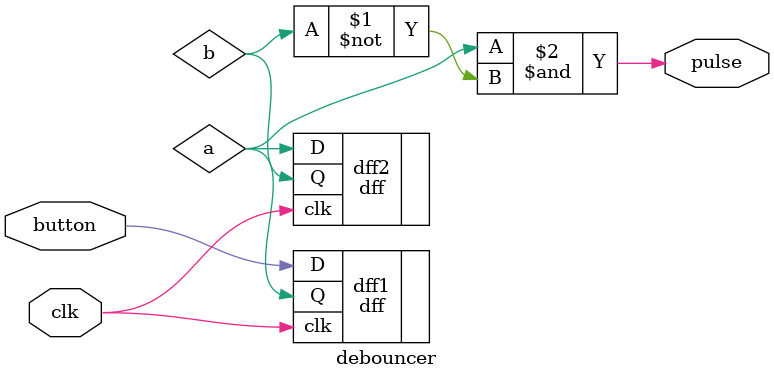
<source format=v>
`timescale 1ns / 1ps

module debouncer(input button, clk, output pulse);

    wire a, b;
    
    dff dff1(.clk(clk), .D(button), .Q(a));
    dff dff2(.clk(clk), .D(a), .Q(b));
    
    assign pulse = a & ~b;

endmodule

</source>
